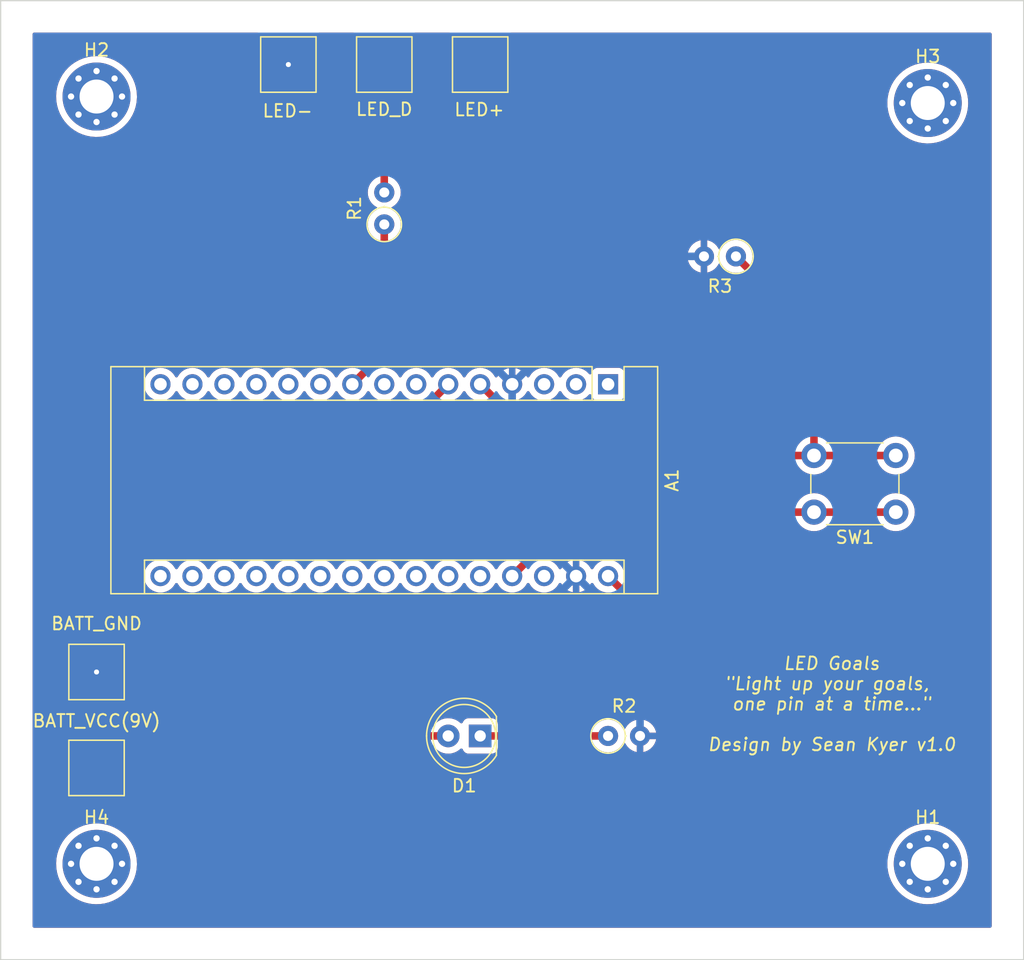
<source format=kicad_pcb>
(kicad_pcb (version 20211014) (generator pcbnew)
  (layers (0 "F.Cu" signal) (31 "B.Cu" signal) (34 "B.Paste" user) (35 "F.Paste" user) (36 "B.SilkS" user "B.Silkscreen") (37 "F.SilkS" user "F.Silkscreen") (38 "B.Mask" user) (39 "F.Mask" user) (44 "Edge.Cuts" user))
  (net 0 "")
  (net 4 "Net-(A1-Pad5)")
  (net 5 "Net-(A1-Pad6)")
  (net 8 "Net-(A1-Pad9)")
  (net 26 "Net-(A1-Pad27)")
  (net 28 "Net-(A1-Pad30)")
  (net 29 "Net-(D1-Pad1)")
  (net 30 "Net-(J4-Pad1)")
  (net 31 "GND")
  (footprint "Resistor_THT:R_Axial_DIN0207_L6.3mm_D2.5mm_P2.54mm_Vertical" (layer "F.Cu") (at 81.28 60.96 90)
    (fp_text reference "R1" (at 1.27 -2.37 90) (layer "F.SilkS"))
    (fp_text value "R330")
    (fp_line (start 1.37 0) (end 1.44 0) (layer "F.SilkS") (width 0.12))
    (fp_circle (center 0 0) (end 1.37 0) (layer "F.SilkS") (width 0.12) (fill none))
    (pad "1" thru_hole circle (at 0 0 90) (size 1.6 1.6) (drill 0.8) (layers *.Cu *.Mask) (net 8 "Net-(A1-Pad9)"))
    (pad "2" thru_hole oval (at 2.54 0 90) (size 1.6 1.6) (drill 0.8) (layers *.Cu *.Mask) (net 30 "Net-(J4-Pad1)"))
  )
  (footprint "TestPoint:TestPoint_Pad_4.0x4.0mm" (layer "F.Cu") (at 81.28 48.26)
    (fp_text reference "J4" hide)
    (fp_text value "LED_D")
    (fp_line (start -2.2 2.2) (end -2.2 -2.2) (layer "F.SilkS") (width 0.12))
    (fp_line (start -2.2 -2.2) (end 2.2 -2.2) (layer "F.SilkS") (width 0.12))
    (fp_line (start 2.2 -2.2) (end 2.2 2.2) (layer "F.SilkS") (width 0.12))
    (fp_line (start 2.2 2.2) (end -2.2 2.2) (layer "F.SilkS") (width 0.12))
    (pad "1" smd rect (at 0 0) (size 4 4) (layers "F.Cu" "F.Mask") (net 30 "Net-(J4-Pad1)"))
  )
  (footprint "Resistor_THT:R_Axial_DIN0207_L6.3mm_D2.5mm_P2.54mm_Vertical" (layer "F.Cu") (at 109.22 63.5 180)
    (fp_text reference "R3" (at 1.27 -2.37) (layer "F.SilkS"))
    (fp_text value "R330")
    (fp_line (start 1.37 0) (end 1.44 0) (layer "F.SilkS") (width 0.12))
    (fp_circle (center 0 0) (end 1.37 0) (layer "F.SilkS") (width 0.12) (fill none))
    (pad "1" thru_hole circle (at 0 0 180) (size 1.6 1.6) (drill 0.8) (layers *.Cu *.Mask) (net 4 "Net-(A1-Pad5)"))
    (pad "2" thru_hole oval (at 2.54 0 180) (size 1.6 1.6) (drill 0.8) (layers *.Cu *.Mask) (net 31 "GND"))
  )
  (footprint "TestPoint:TestPoint_Pad_4.0x4.0mm" (layer "F.Cu") (at 58.42 96.52)
    (fp_text reference "J1" hide)
    (fp_text value "GND(9V)")
    (fp_line (start -2.2 2.2) (end -2.2 -2.2) (layer "F.SilkS") (width 0.12))
    (fp_line (start 2.2 -2.2) (end 2.2 2.2) (layer "F.SilkS") (width 0.12))
    (fp_line (start -2.2 -2.2) (end 2.2 -2.2) (layer "F.SilkS") (width 0.12))
    (fp_line (start 2.2 2.2) (end -2.2 2.2) (layer "F.SilkS") (width 0.12))
    (pad "1" smd rect (at 0 0) (size 4 4) (layers "F.Cu" "F.Mask") (net 31 "GND"))
  )
  (footprint "Module:Arduino_Nano" (layer "F.Cu") (at 99.06 73.66 -90)
    (fp_text reference "A1" (at 7.62 -5.08 90) (layer "F.SilkS"))
    (fp_text value "Arduino_Nano_v3.x")
    (fp_line (start 13.97 36.83) (end 16.64 36.83) (layer "F.SilkS") (width 0.12))
    (fp_line (start 13.97 -1.27) (end 16.64 -1.27) (layer "F.SilkS") (width 0.12))
    (fp_line (start 1.27 36.83) (end -1.4 36.83) (layer "F.SilkS") (width 0.12))
    (fp_line (start 16.64 -3.94) (end -1.4 -3.94) (layer "F.SilkS") (width 0.12))
    (fp_line (start 1.27 1.27) (end 1.27 -1.27) (layer "F.SilkS") (width 0.12))
    (fp_line (start 16.64 39.5) (end 16.64 -3.94) (layer "F.SilkS") (width 0.12))
    (fp_line (start 1.27 -1.27) (end -1.4 -1.27) (layer "F.SilkS") (width 0.12))
    (fp_line (start 1.27 1.27) (end 1.27 36.83) (layer "F.SilkS") (width 0.12))
    (fp_line (start -1.4 -3.94) (end -1.4 -1.27) (layer "F.SilkS") (width 0.12))
    (fp_line (start 1.27 1.27) (end -1.4 1.27) (layer "F.SilkS") (width 0.12))
    (fp_line (start -1.4 1.27) (end -1.4 39.5) (layer "F.SilkS") (width 0.12))
    (fp_line (start -1.4 39.5) (end 16.64 39.5) (layer "F.SilkS") (width 0.12))
    (fp_line (start 13.97 -1.27) (end 13.97 36.83) (layer "F.SilkS") (width 0.12))
    (pad "1" thru_hole rect (at 0 0 270) (size 1.6 1.6) (drill 1) (layers *.Cu *.Mask))
    (pad "2" thru_hole oval (at 0 2.54 270) (size 1.6 1.6) (drill 1) (layers *.Cu *.Mask))
    (pad "3" thru_hole oval (at 0 5.08 270) (size 1.6 1.6) (drill 1) (layers *.Cu *.Mask))
    (pad "4" thru_hole oval (at 0 7.62 270) (size 1.6 1.6) (drill 1) (layers *.Cu *.Mask) (net 31 "GND"))
    (pad "5" thru_hole oval (at 0 10.16 270) (size 1.6 1.6) (drill 1) (layers *.Cu *.Mask) (net 4 "Net-(A1-Pad5)"))
    (pad "6" thru_hole oval (at 0 12.7 270) (size 1.6 1.6) (drill 1) (layers *.Cu *.Mask) (net 5 "Net-(A1-Pad6)"))
    (pad "7" thru_hole oval (at 0 15.24 270) (size 1.6 1.6) (drill 1) (layers *.Cu *.Mask))
    (pad "8" thru_hole oval (at 0 17.78 270) (size 1.6 1.6) (drill 1) (layers *.Cu *.Mask))
    (pad "9" thru_hole oval (at 0 20.32 270) (size 1.6 1.6) (drill 1) (layers *.Cu *.Mask) (net 8 "Net-(A1-Pad9)"))
    (pad "10" thru_hole oval (at 0 22.86 270) (size 1.6 1.6) (drill 1) (layers *.Cu *.Mask))
    (pad "11" thru_hole oval (at 0 25.4 270) (size 1.6 1.6) (drill 1) (layers *.Cu *.Mask))
    (pad "12" thru_hole oval (at 0 27.94 270) (size 1.6 1.6) (drill 1) (layers *.Cu *.Mask))
    (pad "13" thru_hole oval (at 0 30.48 270) (size 1.6 1.6) (drill 1) (layers *.Cu *.Mask))
    (pad "14" thru_hole oval (at 0 33.02 270) (size 1.6 1.6) (drill 1) (layers *.Cu *.Mask))
    (pad "15" thru_hole oval (at 0 35.56 270) (size 1.6 1.6) (drill 1) (layers *.Cu *.Mask))
    (pad "16" thru_hole oval (at 15.24 35.56 270) (size 1.6 1.6) (drill 1) (layers *.Cu *.Mask))
    (pad "17" thru_hole oval (at 15.24 33.02 270) (size 1.6 1.6) (drill 1) (layers *.Cu *.Mask))
    (pad "18" thru_hole oval (at 15.24 30.48 270) (size 1.6 1.6) (drill 1) (layers *.Cu *.Mask))
    (pad "19" thru_hole oval (at 15.24 27.94 270) (size 1.6 1.6) (drill 1) (layers *.Cu *.Mask))
    (pad "20" thru_hole oval (at 15.24 25.4 270) (size 1.6 1.6) (drill 1) (layers *.Cu *.Mask))
    (pad "21" thru_hole oval (at 15.24 22.86 270) (size 1.6 1.6) (drill 1) (layers *.Cu *.Mask))
    (pad "22" thru_hole oval (at 15.24 20.32 270) (size 1.6 1.6) (drill 1) (layers *.Cu *.Mask))
    (pad "23" thru_hole oval (at 15.24 17.78 270) (size 1.6 1.6) (drill 1) (layers *.Cu *.Mask))
    (pad "24" thru_hole oval (at 15.24 15.24 270) (size 1.6 1.6) (drill 1) (layers *.Cu *.Mask))
    (pad "25" thru_hole oval (at 15.24 12.7 270) (size 1.6 1.6) (drill 1) (layers *.Cu *.Mask))
    (pad "26" thru_hole oval (at 15.24 10.16 270) (size 1.6 1.6) (drill 1) (layers *.Cu *.Mask))
    (pad "27" thru_hole oval (at 15.24 7.62 270) (size 1.6 1.6) (drill 1) (layers *.Cu *.Mask) (net 26 "Net-(A1-Pad27)"))
    (pad "28" thru_hole oval (at 15.24 5.08 270) (size 1.6 1.6) (drill 1) (layers *.Cu *.Mask))
    (pad "29" thru_hole oval (at 15.24 2.54 270) (size 1.6 1.6) (drill 1) (layers *.Cu *.Mask) (net 31 "GND"))
    (pad "30" thru_hole oval (at 15.24 0 270) (size 1.6 1.6) (drill 1) (layers *.Cu *.Mask) (net 28 "Net-(A1-Pad30)"))
  )
  (footprint "TestPoint:TestPoint_Pad_4.0x4.0mm" (layer "F.Cu") (at 88.9 48.26)
    (fp_text reference "J3" hide)
    (fp_text value "LED+")
    (fp_line (start 2.2 2.2) (end -2.2 2.2) (layer "F.SilkS") (width 0.12))
    (fp_line (start 2.2 -2.2) (end 2.2 2.2) (layer "F.SilkS") (width 0.12))
    (fp_line (start -2.2 -2.2) (end 2.2 -2.2) (layer "F.SilkS") (width 0.12))
    (fp_line (start -2.2 2.2) (end -2.2 -2.2) (layer "F.SilkS") (width 0.12))
    (pad "1" smd rect (at 0 0) (size 4 4) (layers "F.Cu" "F.Mask") (net 26 "Net-(A1-Pad27)"))
  )
  (footprint "LED_THT:LED_D5.0mm" (layer "F.Cu") (at 88.9 101.6 180)
    (fp_text reference "D1" (at 1.27 -3.96) (layer "F.SilkS"))
    (fp_text value "LED")
    (fp_line (start -1.29 -1.545) (end -1.29 1.545) (layer "F.SilkS") (width 0.12))
    (fp_arc (start -1.29 -1.54483) (mid 2.072002 -2.880433) (end 4.26 0.000462) (layer "F.SilkS") (width 0.12))
    (fp_arc (start 4.26 -0.000462) (mid 2.072002 2.880433) (end -1.29 1.54483) (layer "F.SilkS") (width 0.12))
    (fp_circle (center 1.27 0) (end 3.77 0) (layer "F.SilkS") (width 0.12) (fill none))
    (pad "1" thru_hole rect (at 0 0 180) (size 1.8 1.8) (drill 0.9) (layers *.Cu *.Mask) (net 29 "Net-(D1-Pad1)"))
    (pad "2" thru_hole circle (at 2.54 0 180) (size 1.8 1.8) (drill 0.9) (layers *.Cu *.Mask) (net 5 "Net-(A1-Pad6)"))
  )
  (footprint "TestPoint:TestPoint_Pad_4.0x4.0mm" (layer "F.Cu") (at 73.66 48.26)
    (fp_text reference "J5" hide)
    (fp_text value "LED-")
    (fp_line (start -2.2 2.2) (end -2.2 -2.2) (layer "F.SilkS") (width 0.12))
    (fp_line (start 2.2 2.2) (end -2.2 2.2) (layer "F.SilkS") (width 0.12))
    (fp_line (start -2.2 -2.2) (end 2.2 -2.2) (layer "F.SilkS") (width 0.12))
    (fp_line (start 2.2 -2.2) (end 2.2 2.2) (layer "F.SilkS") (width 0.12))
    (pad "1" smd rect (at 0 0) (size 4 4) (layers "F.Cu" "F.Mask") (net 31 "GND"))
  )
  (footprint "MountingHole:MountingHole_2.7mm_Pad_Via" (layer "F.Cu") (at 58.42 111.76)
    (fp_text reference "H4" (at 0 -3.7) (layer "F.SilkS"))
    (fp_text value "MountingHole")
    (pad "1" thru_hole circle (at 0 0) (size 5.4 5.4) (drill 2.7) (layers *.Cu *.Mask))
    (pad "1" thru_hole circle (at 0 -2.025) (size 0.8 0.8) (drill 0.5) (layers *.Cu *.Mask))
    (pad "1" thru_hole circle (at 1.431891 -1.431891) (size 0.8 0.8) (drill 0.5) (layers *.Cu *.Mask))
    (pad "1" thru_hole circle (at 0 2.025) (size 0.8 0.8) (drill 0.5) (layers *.Cu *.Mask))
    (pad "1" thru_hole circle (at -2.025 0) (size 0.8 0.8) (drill 0.5) (layers *.Cu *.Mask))
    (pad "1" thru_hole circle (at -1.431891 -1.431891) (size 0.8 0.8) (drill 0.5) (layers *.Cu *.Mask))
    (pad "1" thru_hole circle (at 2.025 0) (size 0.8 0.8) (drill 0.5) (layers *.Cu *.Mask))
    (pad "1" thru_hole circle (at 1.431891 1.431891) (size 0.8 0.8) (drill 0.5) (layers *.Cu *.Mask))
    (pad "1" thru_hole circle (at -1.431891 1.431891) (size 0.8 0.8) (drill 0.5) (layers *.Cu *.Mask))
  )
  (footprint "Button_Switch_THT:SW_PUSH_6mm_H7.3mm" (layer "F.Cu") (at 121.92 83.82 180)
    (fp_text reference "SW1" (at 3.25 -2) (layer "F.SilkS"))
    (fp_text value "SW_Push")
    (fp_line (start 5.5 -1) (end 1 -1) (layer "F.SilkS") (width 0.12))
    (fp_line (start 1 5.5) (end 5.5 5.5) (layer "F.SilkS") (width 0.12))
    (fp_line (start -0.25 1.5) (end -0.25 3) (layer "F.SilkS") (width 0.12))
    (fp_line (start 6.75 3) (end 6.75 1.5) (layer "F.SilkS") (width 0.12))
    (pad "1" thru_hole circle (at 6.5 0 270) (size 2 2) (drill 1.1) (layers *.Cu *.Mask) (net 26 "Net-(A1-Pad27)"))
    (pad "1" thru_hole circle (at 0 0 270) (size 2 2) (drill 1.1) (layers *.Cu *.Mask) (net 26 "Net-(A1-Pad27)"))
    (pad "2" thru_hole circle (at 0 4.5 270) (size 2 2) (drill 1.1) (layers *.Cu *.Mask) (net 4 "Net-(A1-Pad5)"))
    (pad "2" thru_hole circle (at 6.5 4.5 270) (size 2 2) (drill 1.1) (layers *.Cu *.Mask) (net 4 "Net-(A1-Pad5)"))
  )
  (footprint "MountingHole:MountingHole_2.7mm_Pad_Via" (layer "F.Cu") (at 124.46 51.315)
    (fp_text reference "H3" (at 0 -3.7) (layer "F.SilkS"))
    (fp_text value "MountingHole")
    (pad "1" thru_hole circle (at 1.431891 1.431891) (size 0.8 0.8) (drill 0.5) (layers *.Cu *.Mask))
    (pad "1" thru_hole circle (at -1.431891 1.431891) (size 0.8 0.8) (drill 0.5) (layers *.Cu *.Mask))
    (pad "1" thru_hole circle (at -1.431891 -1.431891) (size 0.8 0.8) (drill 0.5) (layers *.Cu *.Mask))
    (pad "1" thru_hole circle (at 0 -2.025) (size 0.8 0.8) (drill 0.5) (layers *.Cu *.Mask))
    (pad "1" thru_hole circle (at 0 0) (size 5.4 5.4) (drill 2.7) (layers *.Cu *.Mask))
    (pad "1" thru_hole circle (at 1.431891 -1.431891) (size 0.8 0.8) (drill 0.5) (layers *.Cu *.Mask))
    (pad "1" thru_hole circle (at 2.025 0) (size 0.8 0.8) (drill 0.5) (layers *.Cu *.Mask))
    (pad "1" thru_hole circle (at -2.025 0) (size 0.8 0.8) (drill 0.5) (layers *.Cu *.Mask))
    (pad "1" thru_hole circle (at 0 2.025) (size 0.8 0.8) (drill 0.5) (layers *.Cu *.Mask))
  )
  (footprint "TestPoint:TestPoint_Pad_4.0x4.0mm" (layer "F.Cu") (at 58.42 104.14)
    (fp_text reference "J2" hide)
    (fp_text value "VCC(9V)")
    (fp_line (start -2.2 -2.2) (end 2.2 -2.2) (layer "F.SilkS") (width 0.12))
    (fp_line (start -2.2 2.2) (end -2.2 -2.2) (layer "F.SilkS") (width 0.12))
    (fp_line (start 2.2 -2.2) (end 2.2 2.2) (layer "F.SilkS") (width 0.12))
    (fp_line (start 2.2 2.2) (end -2.2 2.2) (layer "F.SilkS") (width 0.12))
    (pad "1" smd rect (at 0 0) (size 4 4) (layers "F.Cu" "F.Mask") (net 28 "Net-(A1-Pad30)"))
  )
  (footprint "MountingHole:MountingHole_2.7mm_Pad_Via" (layer "F.Cu") (at 124.46 111.76)
    (fp_text reference "H1" (at 0 -3.7) (layer "F.SilkS"))
    (fp_text value "MountingHole")
    (pad "1" thru_hole circle (at -1.431891 1.431891) (size 0.8 0.8) (drill 0.5) (layers *.Cu *.Mask))
    (pad "1" thru_hole circle (at -2.025 0) (size 0.8 0.8) (drill 0.5) (layers *.Cu *.Mask))
    (pad "1" thru_hole circle (at 0 2.025) (size 0.8 0.8) (drill 0.5) (layers *.Cu *.Mask))
    (pad "1" thru_hole circle (at 0 -2.025) (size 0.8 0.8) (drill 0.5) (layers *.Cu *.Mask))
    (pad "1" thru_hole circle (at -1.431891 -1.431891) (size 0.8 0.8) (drill 0.5) (layers *.Cu *.Mask))
    (pad "1" thru_hole circle (at 1.431891 -1.431891) (size 0.8 0.8) (drill 0.5) (layers *.Cu *.Mask))
    (pad "1" thru_hole circle (at 1.431891 1.431891) (size 0.8 0.8) (drill 0.5) (layers *.Cu *.Mask))
    (pad "1" thru_hole circle (at 2.025 0) (size 0.8 0.8) (drill 0.5) (layers *.Cu *.Mask))
    (pad "1" thru_hole circle (at 0 0) (size 5.4 5.4) (drill 2.7) (layers *.Cu *.Mask))
  )
  (footprint "Resistor_THT:R_Axial_DIN0207_L6.3mm_D2.5mm_P2.54mm_Vertical" (layer "F.Cu") (at 99.06 101.6)
    (fp_text reference "R2" (at 1.27 -2.37) (layer "F.SilkS"))
    (fp_text value "R330")
    (fp_line (start 1.37 0) (end 1.44 0) (layer "F.SilkS") (width 0.12))
    (fp_circle (center 0 0) (end 1.37 0) (layer "F.SilkS") (width 0.12) (fill none))
    (pad "1" thru_hole circle (at 0 0) (size 1.6 1.6) (drill 0.8) (layers *.Cu *.Mask) (net 29 "Net-(D1-Pad1)"))
    (pad "2" thru_hole oval (at 2.54 0) (size 1.6 1.6) (drill 0.8) (layers *.Cu *.Mask) (net 31 "GND"))
  )
  (footprint "MountingHole:MountingHole_2.7mm_Pad_Via" (layer "F.Cu") (at 58.42 50.8)
    (fp_text reference "H2" (at 0 -3.7) (layer "F.SilkS"))
    (fp_text value "MountingHole")
    (pad "1" thru_hole circle (at 2.025 0) (size 0.8 0.8) (drill 0.5) (layers *.Cu *.Mask))
    (pad "1" thru_hole circle (at 1.431891 -1.431891) (size 0.8 0.8) (drill 0.5) (layers *.Cu *.Mask))
    (pad "1" thru_hole circle (at 0 2.025) (size 0.8 0.8) (drill 0.5) (layers *.Cu *.Mask))
    (pad "1" thru_hole circle (at 1.431891 1.431891) (size 0.8 0.8) (drill 0.5) (layers *.Cu *.Mask))
    (pad "1" thru_hole circle (at -1.431891 1.431891) (size 0.8 0.8) (drill 0.5) (layers *.Cu *.Mask))
    (pad "1" thru_hole circle (at 0 0) (size 5.4 5.4) (drill 2.7) (layers *.Cu *.Mask))
    (pad "1" thru_hole circle (at -2.025 0) (size 0.8 0.8) (drill 0.5) (layers *.Cu *.Mask))
    (pad "1" thru_hole circle (at 0 -2.025) (size 0.8 0.8) (drill 0.5) (layers *.Cu *.Mask))
    (pad "1" thru_hole circle (at -1.431891 -1.431891) (size 0.8 0.8) (drill 0.5) (layers *.Cu *.Mask))
  )
  (gr_rect (start 50.8 43.18) (end 132.08 119.38) (layer "Edge.Cuts") (width 0.1) (fill none))
  (gr_text "LED-" (at 73.598822 51.942078) (layer "F.SilkS") (effects (font (size 1 1))))
  (gr_text "BATT_GND" (at 58.42 92.675263) (layer "F.SilkS") (effects (font (size 1 1))))
  (gr_text "BATT_VCC(9V)" (at 58.42 100.407237) (layer "F.SilkS") (effects (font (size 1 1))))
  (gr_text "LED Goals\n{dblquote}Light up your goals, \none pin at a time...{dblquote}\n\nDesign by Sean Kyer v1.0" (at 116.84 99.06) (layer "F.SilkS") (effects (font (size 1 1) (thickness 0.15) italic)))
  (gr_text "LED_D" (at 81.279999 51.815309) (layer "F.SilkS") (effects (font (size 1 1))))
  (gr_text "LED+" (at 88.831532 51.841199) (layer "F.SilkS") (effects (font (size 1 1))))
  (segment (start 94.56 79.32) (end 88.9 73.66) (width 0.6) (layer "F.Cu") (net 4))
  (segment (start 115.42 69.7) (end 109.22 63.5) (width 0.6) (layer "F.Cu") (net 4))
  (segment (start 115.42 79.32) (end 115.42 69.7) (width 0.6) (layer "F.Cu") (net 4))
  (segment (start 115.42 79.32) (end 94.56 79.32) (width 0.6) (layer "F.Cu") (net 4))
  (segment (start 121.92 79.32) (end 115.42 79.32) (width 0.6) (layer "F.Cu") (net 4))
  (segment (start 58.42 91.44) (end 58.42 86.36) (width 0.6) (layer "F.Cu") (net 5))
  (segment (start 86.36 101.6) (end 68.58 101.6) (width 0.6) (layer "F.Cu") (net 5))
  (segment (start 78.74 81.28) (end 86.36 73.66) (width 0.6) (layer "F.Cu") (net 5))
  (segment (start 58.42 86.36) (end 63.5 81.28) (width 0.6) (layer "F.Cu") (net 5))
  (segment (start 63.5 81.28) (end 78.74 81.28) (width 0.6) (layer "F.Cu") (net 5))
  (segment (start 68.58 101.6) (end 58.42 91.44) (width 0.6) (layer "F.Cu") (net 5))
  (segment (start 81.28 60.96) (end 81.28 71.12) (width 0.6) (layer "F.Cu") (net 8))
  (segment (start 81.28 71.12) (end 78.74 73.66) (width 0.6) (layer "F.Cu") (net 8))
  (segment (start 121.92 83.82) (end 115.42 83.82) (width 0.6) (layer "F.Cu") (net 26))
  (segment (start 121.92 91.44) (end 119.38 91.44) (width 0.6) (layer "F.Cu") (net 26))
  (segment (start 88.9 48.26) (end 104.14 48.26) (width 0.6) (layer "F.Cu") (net 26))
  (segment (start 96.52 83.82) (end 91.44 88.9) (width 0.6) (layer "F.Cu") (net 26))
  (segment (start 127 86.36) (end 121.92 91.44) (width 0.6) (layer "F.Cu") (net 26))
  (segment (start 119.38 91.44) (end 109.22 91.44) (width 0.6) (layer "F.Cu") (net 26))
  (segment (start 104.14 48.26) (end 127 71.12) (width 0.6) (layer "F.Cu") (net 26))
  (segment (start 115.42 83.82) (end 96.52 83.82) (width 0.6) (layer "F.Cu") (net 26))
  (segment (start 109.22 91.44) (end 101.6 83.82) (width 0.6) (layer "F.Cu") (net 26))
  (segment (start 127 71.12) (end 127 86.36) (width 0.6) (layer "F.Cu") (net 26))
  (segment (start 101.6 109.22) (end 73.66 109.22) (width 0.6) (layer "F.Cu") (net 28))
  (segment (start 104.14 106.68) (end 104.14 93.98) (width 0.6) (layer "F.Cu") (net 28))
  (segment (start 104.14 106.68) (end 101.6 109.22) (width 0.6) (layer "F.Cu") (net 28))
  (segment (start 68.58 104.14) (end 58.42 104.14) (width 0.6) (layer "F.Cu") (net 28))
  (segment (start 73.66 109.22) (end 68.58 104.14) (width 0.6) (layer "F.Cu") (net 28))
  (segment (start 104.14 93.98) (end 99.06 88.9) (width 0.6) (layer "F.Cu") (net 28))
  (via (at 99.06 88.9) (size 0.8) (drill 0.4) (layers "F.Cu" "B.Cu") (net 28))
  (via (at 99.06 88.9) (size 0.8) (drill 0.4) (layers "F.Cu" "B.Cu") (net 28))
  (segment (start 88.9 101.6) (end 99.06 101.6) (width 0.6) (layer "F.Cu") (net 29))
  (segment (start 81.28 48.26) (end 81.28 58.42) (width 0.6) (layer "F.Cu") (net 30))
  (via (at 96.52 88.9) (size 0.8) (drill 0.4) (layers "F.Cu" "B.Cu") (net 31))
  (via (at 101.6 101.6) (size 0.8) (drill 0.4) (layers "F.Cu" "B.Cu") (net 31))
  (via (at 106.68 63.5) (size 0.8) (drill 0.4) (layers "F.Cu" "B.Cu") (net 31))
  (via (at 58.42 96.52) (size 0.8) (drill 0.4) (layers "F.Cu" "B.Cu") (net 31))
  (via (at 73.66 48.26) (size 0.8) (drill 0.4) (layers "F.Cu" "B.Cu") (net 31))
  (segment (start 83.82 66.04) (end 91.44 73.66) (width 0.6) (layer "B.Cu") (net 31))
  (segment (start 83.82 93.98) (end 81.28 96.52) (width 0.6) (layer "B.Cu") (net 31))
  (segment (start 101.6 93.98) (end 96.52 88.9) (width 0.6) (layer "B.Cu") (net 31))
  (segment (start 91.44 93.98) (end 96.52 88.9) (width 0.6) (layer "B.Cu") (net 31))
  (segment (start 81.28 96.52) (end 58.42 96.52) (width 0.6) (layer "B.Cu") (net 31))
  (segment (start 91.44 83.82) (end 96.52 88.9) (width 0.6) (layer "B.Cu") (net 31))
  (segment (start 101.6 101.6) (end 101.6 93.98) (width 0.6) (layer "B.Cu") (net 31))
  (segment (start 91.44 73.66) (end 91.44 83.82) (width 0.6) (layer "B.Cu") (net 31))
  (segment (start 106.68 63.5) (end 101.6 63.5) (width 0.6) (layer "B.Cu") (net 31))
  (segment (start 73.66 60.96) (end 78.74 66.04) (width 0.6) (layer "B.Cu") (net 31))
  (segment (start 83.82 93.98) (end 91.44 93.98) (width 0.6) (layer "B.Cu") (net 31))
  (segment (start 78.74 66.04) (end 83.82 66.04) (width 0.6) (layer "B.Cu") (net 31))
  (segment (start 101.6 63.5) (end 91.44 73.66) (width 0.6) (layer "B.Cu") (net 31))
  (segment (start 73.66 48.26) (end 73.66 60.96) (width 0.6) (layer "B.Cu") (net 31))
  (zone (net 31) (net_name "GND") (layer "F.Cu") (connect_pads (clearance 0.508)) (min_thickness 0.254) (fill yes (thermal_gap 0.508) (thermal_bridge_width 0.508))
    (polygon (pts (xy 129.54 116.84) (xy 53.34 116.84) (xy 53.34 45.72) (xy 129.54 45.72)))
  )
  (zone (net 31) (net_name "GND") (layer "B.Cu") (connect_pads (clearance 0.508)) (min_thickness 0.254) (fill yes (thermal_gap 0.508) (thermal_bridge_width 0.508))
    (polygon (pts (xy 129.54 116.84) (xy 53.34 116.84) (xy 53.34 45.72) (xy 129.54 45.72)))
  )
)
</source>
